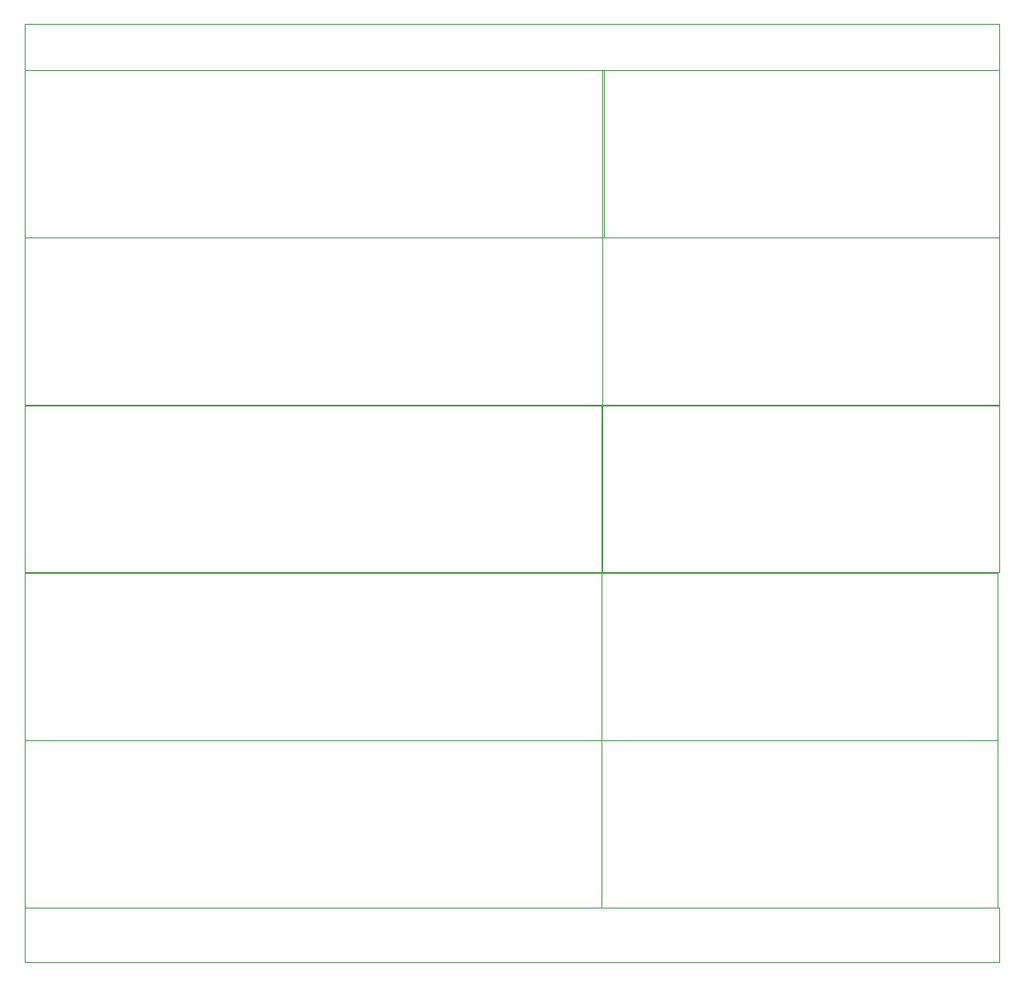
<source format=gbr>
%TF.GenerationSoftware,KiCad,Pcbnew,(6.0.1)*%
%TF.CreationDate,2022-05-22T10:14:18-05:00*%
%TF.ProjectId,modulo,6d6f6475-6c6f-42e6-9b69-6361645f7063,rev?*%
%TF.SameCoordinates,Original*%
%TF.FileFunction,Profile,NP*%
%FSLAX46Y46*%
G04 Gerber Fmt 4.6, Leading zero omitted, Abs format (unit mm)*
G04 Created by KiCad (PCBNEW (6.0.1)) date 2022-05-22 10:14:18*
%MOMM*%
%LPD*%
G01*
G04 APERTURE LIST*
%TA.AperFunction,Profile*%
%ADD10C,0.050000*%
%TD*%
G04 APERTURE END LIST*
D10*
X61645757Y-59385200D02*
X120878557Y-59385200D01*
X120878557Y-59385200D02*
X120878557Y-76555600D01*
X120878557Y-76555600D02*
X61645757Y-76555600D01*
X61645757Y-76555600D02*
X61645757Y-59385200D01*
X61645800Y-37436800D02*
X161645800Y-37436800D01*
X161645800Y-37436800D02*
X161645800Y-42164000D01*
X161645800Y-42164000D02*
X61645800Y-42164000D01*
X61645800Y-42164000D02*
X61645800Y-37436800D01*
X161441738Y-111006096D02*
X120852538Y-111006096D01*
X120852538Y-111006096D02*
X120852538Y-93835696D01*
X120852538Y-93835696D02*
X161441738Y-93835696D01*
X161441738Y-93835696D02*
X161441738Y-111006096D01*
X61620400Y-111048800D02*
X120853200Y-111048800D01*
X120853200Y-111048800D02*
X120853200Y-128219200D01*
X120853200Y-128219200D02*
X61620400Y-128219200D01*
X61620400Y-128219200D02*
X61620400Y-111048800D01*
X61620400Y-128219200D02*
X161620400Y-128219200D01*
X161620400Y-128219200D02*
X161620400Y-133810000D01*
X161620400Y-133810000D02*
X61620400Y-133810000D01*
X61620400Y-133810000D02*
X61620400Y-128219200D01*
X161645800Y-59334400D02*
X121056600Y-59334400D01*
X121056600Y-59334400D02*
X121056600Y-42164000D01*
X121056600Y-42164000D02*
X161645800Y-42164000D01*
X161645800Y-42164000D02*
X161645800Y-59334400D01*
X120878557Y-59385200D02*
X161640000Y-59385200D01*
X161640000Y-59385200D02*
X161640000Y-76555600D01*
X161640000Y-76555600D02*
X120878557Y-76555600D01*
X120878557Y-76555600D02*
X120878557Y-59385200D01*
X161439616Y-128167308D02*
X120850416Y-128167308D01*
X120850416Y-128167308D02*
X120850416Y-110996908D01*
X120850416Y-110996908D02*
X161439616Y-110996908D01*
X161439616Y-110996908D02*
X161439616Y-128167308D01*
X61620400Y-76607583D02*
X120853200Y-76607583D01*
X120853200Y-76607583D02*
X120853200Y-93777983D01*
X120853200Y-93777983D02*
X61620400Y-93777983D01*
X61620400Y-93777983D02*
X61620400Y-76607583D01*
X61620400Y-93827600D02*
X120853200Y-93827600D01*
X120853200Y-93827600D02*
X120853200Y-110998000D01*
X120853200Y-110998000D02*
X61620400Y-110998000D01*
X61620400Y-110998000D02*
X61620400Y-93827600D01*
X120878557Y-76606400D02*
X161640000Y-76606400D01*
X161640000Y-76606400D02*
X161640000Y-93776800D01*
X161640000Y-93776800D02*
X120878557Y-93776800D01*
X120878557Y-93776800D02*
X120878557Y-76606400D01*
X61645800Y-42164000D02*
X120878600Y-42164000D01*
X120878600Y-42164000D02*
X120878600Y-59334400D01*
X120878600Y-59334400D02*
X61645800Y-59334400D01*
X61645800Y-59334400D02*
X61645800Y-42164000D01*
M02*

</source>
